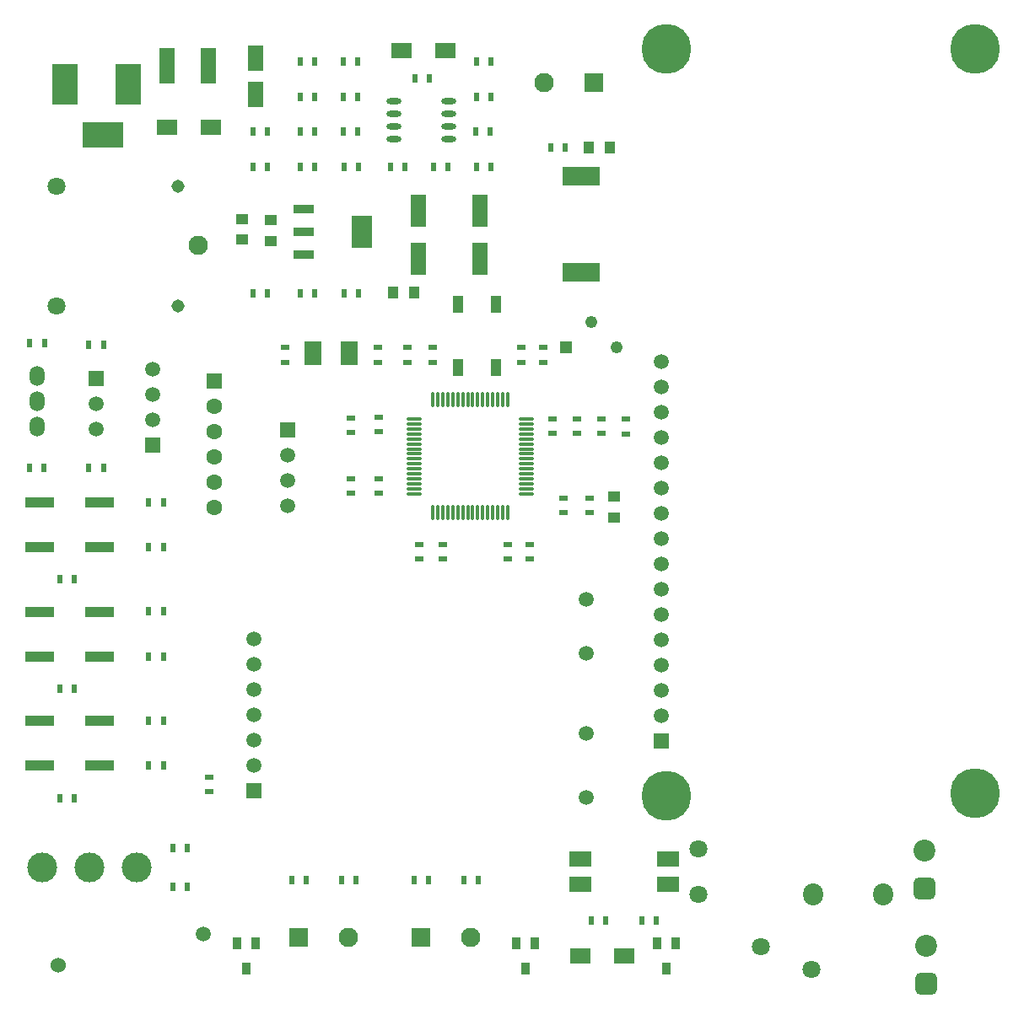
<source format=gbr>
%TF.GenerationSoftware,Altium Limited,Altium Designer,24.9.1 (31)*%
G04 Layer_Color=255*
%FSLAX45Y45*%
%MOMM*%
%TF.SameCoordinates,7A748296-1A33-4DDC-9E1E-CBF8E45EE968*%
%TF.FilePolarity,Positive*%
%TF.FileFunction,Pads,Top*%
%TF.Part,Single*%
G01*
G75*
%TA.AperFunction,SMDPad,CuDef*%
%ADD10R,0.55000X0.90000*%
%ADD11R,1.10000X1.20000*%
%ADD12R,1.60000X2.60000*%
%ADD13R,2.10000X1.55000*%
%ADD14R,0.85000X1.20000*%
%ADD15C,1.50000*%
%ADD16O,1.50000X0.60000*%
%ADD17R,1.60000X3.20000*%
%ADD18R,2.15000X0.90000*%
%ADD19R,3.00000X1.00000*%
%ADD20R,1.00000X1.70000*%
%ADD21R,0.90000X0.55000*%
G04:AMPARAMS|DCode=22|XSize=1.49mm|YSize=0.28mm|CornerRadius=0.07mm|HoleSize=0mm|Usage=FLASHONLY|Rotation=90.000|XOffset=0mm|YOffset=0mm|HoleType=Round|Shape=RoundedRectangle|*
%AMROUNDEDRECTD22*
21,1,1.49000,0.14000,0,0,90.0*
21,1,1.35000,0.28000,0,0,90.0*
1,1,0.14000,0.07000,0.67500*
1,1,0.14000,0.07000,-0.67500*
1,1,0.14000,-0.07000,-0.67500*
1,1,0.14000,-0.07000,0.67500*
%
%ADD22ROUNDEDRECTD22*%
G04:AMPARAMS|DCode=23|XSize=1.49mm|YSize=0.28mm|CornerRadius=0.07mm|HoleSize=0mm|Usage=FLASHONLY|Rotation=0.000|XOffset=0mm|YOffset=0mm|HoleType=Round|Shape=RoundedRectangle|*
%AMROUNDEDRECTD23*
21,1,1.49000,0.14000,0,0,0.0*
21,1,1.35000,0.28000,0,0,0.0*
1,1,0.14000,0.67500,-0.07000*
1,1,0.14000,-0.67500,-0.07000*
1,1,0.14000,-0.67500,0.07000*
1,1,0.14000,0.67500,0.07000*
%
%ADD23ROUNDEDRECTD23*%
%ADD24R,1.20000X1.10000*%
%ADD25R,3.80000X1.90000*%
%ADD26R,1.70000X2.40000*%
%ADD27R,2.15000X3.25000*%
%ADD28R,2.20000X1.60000*%
%ADD29R,1.52400X3.55600*%
%TA.AperFunction,ComponentPad*%
%ADD41C,2.20000*%
G04:AMPARAMS|DCode=42|XSize=2.2mm|YSize=2.2mm|CornerRadius=0.55mm|HoleSize=0mm|Usage=FLASHONLY|Rotation=90.000|XOffset=0mm|YOffset=0mm|HoleType=Round|Shape=RoundedRectangle|*
%AMROUNDEDRECTD42*
21,1,2.20000,1.10000,0,0,90.0*
21,1,1.10000,2.20000,0,0,90.0*
1,1,1.10000,0.55000,0.55000*
1,1,1.10000,0.55000,-0.55000*
1,1,1.10000,-0.55000,-0.55000*
1,1,1.10000,-0.55000,0.55000*
%
%ADD42ROUNDEDRECTD42*%
%ADD43C,1.50000*%
%ADD44R,2.54000X4.06400*%
%ADD45R,4.06400X2.54000*%
%ADD46C,1.30800*%
%ADD47C,1.22200*%
%ADD48C,1.60000*%
%ADD49O,1.50000X2.00000*%
%ADD50C,1.52000*%
%ADD51C,1.95000*%
%ADD52R,1.50800X1.50800*%
%ADD53C,1.50800*%
%ADD54R,1.52000X1.52000*%
%TA.AperFunction,ViaPad*%
%ADD55C,1.52400*%
%TA.AperFunction,ComponentPad*%
%ADD56C,3.00000*%
%ADD57C,1.80000*%
%ADD58R,1.95000X1.95000*%
%ADD59O,2.00000X2.20000*%
%ADD60C,5.00000*%
%ADD61R,1.60000X1.60000*%
%ADD62R,1.22200X1.22200*%
%ADD63R,1.50000X1.50000*%
D10*
X4029600Y9357360D02*
D03*
X4174600D02*
D03*
X5390180Y8663940D02*
D03*
X5535180D02*
D03*
X2401460Y8821420D02*
D03*
X3306240Y9172213D02*
D03*
X3018900Y8822267D02*
D03*
X3306240Y8820846D02*
D03*
X2874440Y8469480D02*
D03*
X3785760D02*
D03*
X3458320Y8470900D02*
D03*
X4781660Y8821420D02*
D03*
X4789280Y9525000D02*
D03*
X2790080Y1305080D02*
D03*
X3018900Y9525000D02*
D03*
Y9173260D02*
D03*
X2549000Y8470900D02*
D03*
X3313320Y7197240D02*
D03*
X3021860D02*
D03*
X2404540Y7195820D02*
D03*
X307340Y6697980D02*
D03*
X161180Y5443220D02*
D03*
X462280Y4330700D02*
D03*
Y3230880D02*
D03*
X462820Y2129640D02*
D03*
X4017170Y1305080D02*
D03*
X1743820Y1234440D02*
D03*
Y1630680D02*
D03*
X1598820D02*
D03*
Y1234440D02*
D03*
X6453824Y897740D02*
D03*
X6308824D02*
D03*
X5797440Y899160D02*
D03*
X5942440D02*
D03*
X4517170Y1305080D02*
D03*
X4662170D02*
D03*
X4162170D02*
D03*
X607820Y2129640D02*
D03*
X607280Y3230880D02*
D03*
Y4330700D02*
D03*
X1501900Y3550776D02*
D03*
X1356900D02*
D03*
X755540Y5443220D02*
D03*
X900540D02*
D03*
X306180D02*
D03*
X900810Y6685280D02*
D03*
X755810D02*
D03*
X162340Y6697980D02*
D03*
X2549540Y7195820D02*
D03*
X2876860Y7197240D02*
D03*
X3458320D02*
D03*
X2404000Y8470900D02*
D03*
X2873900Y9173260D02*
D03*
Y9525000D02*
D03*
X2935080Y1305080D02*
D03*
X3290190Y1306500D02*
D03*
X3435190D02*
D03*
X1356360Y2903363D02*
D03*
X1501360D02*
D03*
X1501900Y4649609D02*
D03*
X1356900D02*
D03*
X4644280Y9525000D02*
D03*
X4789820Y9172213D02*
D03*
X4644820D02*
D03*
X4644280Y8470900D02*
D03*
X4789280D02*
D03*
X4636660Y8821420D02*
D03*
X3313320Y8470900D02*
D03*
X4360290Y8469480D02*
D03*
X4215290D02*
D03*
X3930760D02*
D03*
X3019440D02*
D03*
X3451240Y8820846D02*
D03*
X2873900Y8822267D02*
D03*
X1356900Y2452653D02*
D03*
X1501900D02*
D03*
X1501360Y5101028D02*
D03*
X1356360D02*
D03*
X1501360Y4002196D02*
D03*
X1356360D02*
D03*
X3451240Y9172213D02*
D03*
X2546460Y8821420D02*
D03*
X3450700Y9525000D02*
D03*
X3305700D02*
D03*
D11*
X5981700Y8663940D02*
D03*
X5771700D02*
D03*
X3806600Y7203440D02*
D03*
X4016600D02*
D03*
D12*
X2428240Y9197680D02*
D03*
Y9557680D02*
D03*
D13*
X3889720Y9636760D02*
D03*
X1541170Y8864600D02*
D03*
X5690950Y543560D02*
D03*
X6130950D02*
D03*
X1981170Y8864600D02*
D03*
X4329720Y9636760D02*
D03*
D14*
X5043905Y668020D02*
D03*
X2237740D02*
D03*
X6457310D02*
D03*
X6646291Y668561D02*
D03*
X6551290Y418559D02*
D03*
X2426721Y668561D02*
D03*
X2331720Y418559D02*
D03*
X5137885D02*
D03*
X5232886Y668561D02*
D03*
D15*
X1902460Y762000D02*
D03*
X5748020Y2138680D02*
D03*
Y4127500D02*
D03*
X5745480Y3586480D02*
D03*
X5748020Y2776220D02*
D03*
D16*
X4364400Y9004300D02*
D03*
Y8750300D02*
D03*
Y8877300D02*
D03*
Y9131300D02*
D03*
X3814400Y8750300D02*
D03*
Y8877300D02*
D03*
Y9004300D02*
D03*
Y9131300D02*
D03*
D17*
X4061460Y7547640D02*
D03*
X4678680D02*
D03*
Y8027640D02*
D03*
X4061460D02*
D03*
D18*
X2912480Y8047120D02*
D03*
Y7589120D02*
D03*
Y7818120D02*
D03*
D19*
X257621Y4650319D02*
D03*
X857621D02*
D03*
X257621Y3551486D02*
D03*
X857621D02*
D03*
X257621Y2452653D02*
D03*
X857621D02*
D03*
Y2902653D02*
D03*
X257621D02*
D03*
X857621Y4001486D02*
D03*
X257621D02*
D03*
X857621Y5100319D02*
D03*
X257621D02*
D03*
D20*
X4460000Y6455000D02*
D03*
Y7085000D02*
D03*
X4840000Y6455000D02*
D03*
Y7085000D02*
D03*
D21*
X5516880Y4995221D02*
D03*
X2722880Y6507800D02*
D03*
X3655060Y6652260D02*
D03*
X3954780D02*
D03*
X4207030D02*
D03*
X3380740Y5802520D02*
D03*
Y5190180D02*
D03*
X3660140D02*
D03*
X3662680Y5806440D02*
D03*
X5408548Y5788653D02*
D03*
X5655105D02*
D03*
X5901663D02*
D03*
X4066540Y4533680D02*
D03*
X4307740D02*
D03*
X4957740Y4532520D02*
D03*
X5181600D02*
D03*
X1958340Y2339560D02*
D03*
Y2194560D02*
D03*
X5181600Y4677520D02*
D03*
X4957740D02*
D03*
X4307740Y4678680D02*
D03*
X4066540D02*
D03*
X6146800Y5788113D02*
D03*
Y5933113D02*
D03*
X5901663Y5933653D02*
D03*
X5655105D02*
D03*
X5408548D02*
D03*
X3662680Y5951440D02*
D03*
X3660140Y5335180D02*
D03*
X3380740D02*
D03*
X5316220Y6652800D02*
D03*
Y6507800D02*
D03*
X3380740Y5947520D02*
D03*
X5095240Y6652800D02*
D03*
Y6507800D02*
D03*
X4207030Y6507260D02*
D03*
X3954780D02*
D03*
X3655060D02*
D03*
X2722880Y6652800D02*
D03*
X5781040Y4995221D02*
D03*
Y5140221D02*
D03*
X5516880Y5140221D02*
D03*
D22*
X4257740Y6127180D02*
D03*
X4907740Y4993180D02*
D03*
X4257740D02*
D03*
X4207740D02*
D03*
X4307740D02*
D03*
X4357740D02*
D03*
X4407740D02*
D03*
X4457740D02*
D03*
X4507740D02*
D03*
X4557740D02*
D03*
X4607740D02*
D03*
X4657740D02*
D03*
X4707740D02*
D03*
X4757740D02*
D03*
X4807740D02*
D03*
X4857740D02*
D03*
X4957740D02*
D03*
Y6127180D02*
D03*
X4907740D02*
D03*
X4857740D02*
D03*
X4807740D02*
D03*
X4757740D02*
D03*
X4707740D02*
D03*
X4657740D02*
D03*
X4607740D02*
D03*
X4557740D02*
D03*
X4507740D02*
D03*
X4457740D02*
D03*
X4407740D02*
D03*
X4357740D02*
D03*
X4307740D02*
D03*
X4207740D02*
D03*
D23*
X5149740Y5885180D02*
D03*
X4015740Y5385180D02*
D03*
Y5935180D02*
D03*
Y5885180D02*
D03*
Y5835180D02*
D03*
Y5785180D02*
D03*
Y5735180D02*
D03*
Y5685180D02*
D03*
Y5635180D02*
D03*
Y5585180D02*
D03*
Y5535180D02*
D03*
Y5485180D02*
D03*
Y5435180D02*
D03*
Y5335180D02*
D03*
Y5285180D02*
D03*
Y5235180D02*
D03*
Y5185180D02*
D03*
X5149740D02*
D03*
Y5235180D02*
D03*
Y5285180D02*
D03*
Y5335180D02*
D03*
Y5385180D02*
D03*
Y5435180D02*
D03*
Y5485180D02*
D03*
Y5535180D02*
D03*
Y5585180D02*
D03*
Y5635180D02*
D03*
Y5685180D02*
D03*
Y5735180D02*
D03*
Y5785180D02*
D03*
Y5835180D02*
D03*
Y5935180D02*
D03*
D24*
X6027160Y4945940D02*
D03*
Y5155940D02*
D03*
X2580640Y7935820D02*
D03*
Y7725820D02*
D03*
X2293620Y7735980D02*
D03*
Y7945980D02*
D03*
D25*
X5694680Y7411840D02*
D03*
Y8371840D02*
D03*
D26*
X3370160Y6593840D02*
D03*
X3000160D02*
D03*
D27*
X3498480Y7818120D02*
D03*
D28*
X5685790Y1516380D02*
D03*
Y1262380D02*
D03*
X6572250D02*
D03*
Y1516380D02*
D03*
D29*
X1955800Y9481820D02*
D03*
X1535660D02*
D03*
D41*
X9157062Y647706D02*
D03*
X9141822Y1597666D02*
D03*
D42*
X9157062Y266706D02*
D03*
X9141822Y1216666D02*
D03*
D43*
X2753360Y5321300D02*
D03*
Y5067300D02*
D03*
Y5575300D02*
D03*
D44*
X518160Y9296400D02*
D03*
X1153160D02*
D03*
D45*
X899160Y8788400D02*
D03*
D46*
X1651400Y8270800D02*
D03*
Y7070800D02*
D03*
D47*
X6054000Y6657340D02*
D03*
X5800000Y6911340D02*
D03*
D48*
X2012640Y6061519D02*
D03*
Y5045519D02*
D03*
Y5299519D02*
D03*
Y5553519D02*
D03*
Y5807519D02*
D03*
D49*
X236220Y5859780D02*
D03*
Y6113780D02*
D03*
Y6367780D02*
D03*
D50*
X1391920Y6438900D02*
D03*
X828040Y5831840D02*
D03*
X2413000Y2458720D02*
D03*
Y2966720D02*
D03*
Y3728720D02*
D03*
Y3474720D02*
D03*
Y3220720D02*
D03*
Y2712720D02*
D03*
X828040Y6085840D02*
D03*
X1391920Y6184900D02*
D03*
Y5930900D02*
D03*
D51*
X5326380Y9311640D02*
D03*
X3362960Y730080D02*
D03*
X4589400D02*
D03*
X1851400Y7682800D02*
D03*
D52*
X6500660Y2699460D02*
D03*
D53*
Y3715460D02*
D03*
Y6509460D02*
D03*
Y6255460D02*
D03*
Y6001460D02*
D03*
Y5747460D02*
D03*
Y5493460D02*
D03*
Y5239460D02*
D03*
Y4985460D02*
D03*
Y4731460D02*
D03*
Y4477460D02*
D03*
Y4223460D02*
D03*
Y3461460D02*
D03*
Y3207460D02*
D03*
Y2953460D02*
D03*
Y3969460D02*
D03*
D54*
X2413000Y2204720D02*
D03*
X828040Y6339840D02*
D03*
X1391920Y5676900D02*
D03*
D55*
X450000Y450000D02*
D03*
D56*
X760161Y1428000D02*
D03*
X290161D02*
D03*
X1230161D02*
D03*
D57*
X7500620Y640080D02*
D03*
X8008620Y411480D02*
D03*
X6875340Y1619780D02*
D03*
Y1159780D02*
D03*
X431400Y7070800D02*
D03*
Y8270800D02*
D03*
D58*
X2862960Y730080D02*
D03*
X5826380Y9311640D02*
D03*
X4089400Y730080D02*
D03*
D59*
X8725340Y1159780D02*
D03*
X8025340D02*
D03*
D60*
X6550660Y9649460D02*
D03*
X9650660D02*
D03*
X9650060Y2178360D02*
D03*
X6550660Y2149460D02*
D03*
D61*
X2012640Y6315519D02*
D03*
D62*
X5546000Y6657340D02*
D03*
D63*
X2753360Y5829300D02*
D03*
%TF.MD5,a7fffd74d2ec2a6bbeb4bfb485946487*%
M02*

</source>
